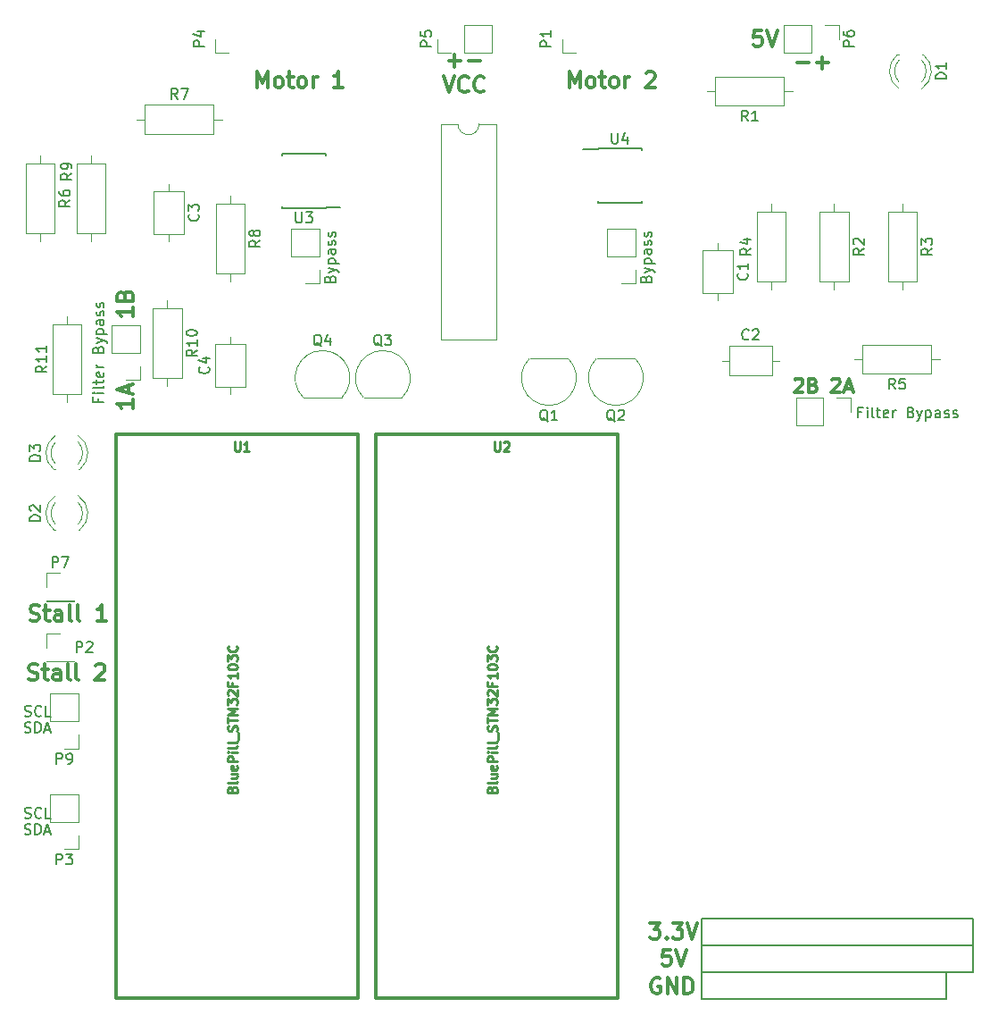
<source format=gto>
G04 #@! TF.FileFunction,Legend,Top*
%FSLAX46Y46*%
G04 Gerber Fmt 4.6, Leading zero omitted, Abs format (unit mm)*
G04 Created by KiCad (PCBNEW 4.0.2-stable) date 12/13/2018 9:00:57 AM*
%MOMM*%
G01*
G04 APERTURE LIST*
%ADD10C,0.100000*%
%ADD11C,0.300000*%
%ADD12C,0.200000*%
%ADD13C,0.150000*%
%ADD14C,0.120000*%
%ADD15C,0.304800*%
%ADD16C,0.222250*%
G04 APERTURE END LIST*
D10*
D11*
X92626571Y-66869428D02*
X92626571Y-67726571D01*
X92626571Y-67297999D02*
X91126571Y-67297999D01*
X91340857Y-67440856D01*
X91483714Y-67583714D01*
X91555143Y-67726571D01*
X91840857Y-65726571D02*
X91912286Y-65512285D01*
X91983714Y-65440857D01*
X92126571Y-65369428D01*
X92340857Y-65369428D01*
X92483714Y-65440857D01*
X92555143Y-65512285D01*
X92626571Y-65655143D01*
X92626571Y-66226571D01*
X91126571Y-66226571D01*
X91126571Y-65726571D01*
X91198000Y-65583714D01*
X91269429Y-65512285D01*
X91412286Y-65440857D01*
X91555143Y-65440857D01*
X91698000Y-65512285D01*
X91769429Y-65583714D01*
X91840857Y-65726571D01*
X91840857Y-66226571D01*
X92626571Y-75525285D02*
X92626571Y-76382428D01*
X92626571Y-75953856D02*
X91126571Y-75953856D01*
X91340857Y-76096713D01*
X91483714Y-76239571D01*
X91555143Y-76382428D01*
X92198000Y-74953857D02*
X92198000Y-74239571D01*
X92626571Y-75096714D02*
X91126571Y-74596714D01*
X92626571Y-74096714D01*
D12*
X89336571Y-75477143D02*
X89336571Y-75810477D01*
X89860381Y-75810477D02*
X88860381Y-75810477D01*
X88860381Y-75334286D01*
X89860381Y-74953334D02*
X89193714Y-74953334D01*
X88860381Y-74953334D02*
X88908000Y-75000953D01*
X88955619Y-74953334D01*
X88908000Y-74905715D01*
X88860381Y-74953334D01*
X88955619Y-74953334D01*
X89860381Y-74334287D02*
X89812762Y-74429525D01*
X89717524Y-74477144D01*
X88860381Y-74477144D01*
X89193714Y-74096191D02*
X89193714Y-73715239D01*
X88860381Y-73953334D02*
X89717524Y-73953334D01*
X89812762Y-73905715D01*
X89860381Y-73810477D01*
X89860381Y-73715239D01*
X89812762Y-73000952D02*
X89860381Y-73096190D01*
X89860381Y-73286667D01*
X89812762Y-73381905D01*
X89717524Y-73429524D01*
X89336571Y-73429524D01*
X89241333Y-73381905D01*
X89193714Y-73286667D01*
X89193714Y-73096190D01*
X89241333Y-73000952D01*
X89336571Y-72953333D01*
X89431810Y-72953333D01*
X89527048Y-73429524D01*
X89860381Y-72524762D02*
X89193714Y-72524762D01*
X89384190Y-72524762D02*
X89288952Y-72477143D01*
X89241333Y-72429524D01*
X89193714Y-72334286D01*
X89193714Y-72239047D01*
X89336571Y-70810475D02*
X89384190Y-70667618D01*
X89431810Y-70619999D01*
X89527048Y-70572380D01*
X89669905Y-70572380D01*
X89765143Y-70619999D01*
X89812762Y-70667618D01*
X89860381Y-70762856D01*
X89860381Y-71143809D01*
X88860381Y-71143809D01*
X88860381Y-70810475D01*
X88908000Y-70715237D01*
X88955619Y-70667618D01*
X89050857Y-70619999D01*
X89146095Y-70619999D01*
X89241333Y-70667618D01*
X89288952Y-70715237D01*
X89336571Y-70810475D01*
X89336571Y-71143809D01*
X89193714Y-70239047D02*
X89860381Y-70000952D01*
X89193714Y-69762856D02*
X89860381Y-70000952D01*
X90098476Y-70096190D01*
X90146095Y-70143809D01*
X90193714Y-70239047D01*
X89193714Y-69381904D02*
X90193714Y-69381904D01*
X89241333Y-69381904D02*
X89193714Y-69286666D01*
X89193714Y-69096189D01*
X89241333Y-69000951D01*
X89288952Y-68953332D01*
X89384190Y-68905713D01*
X89669905Y-68905713D01*
X89765143Y-68953332D01*
X89812762Y-69000951D01*
X89860381Y-69096189D01*
X89860381Y-69286666D01*
X89812762Y-69381904D01*
X89860381Y-68048570D02*
X89336571Y-68048570D01*
X89241333Y-68096189D01*
X89193714Y-68191427D01*
X89193714Y-68381904D01*
X89241333Y-68477142D01*
X89812762Y-68048570D02*
X89860381Y-68143808D01*
X89860381Y-68381904D01*
X89812762Y-68477142D01*
X89717524Y-68524761D01*
X89622286Y-68524761D01*
X89527048Y-68477142D01*
X89479429Y-68381904D01*
X89479429Y-68143808D01*
X89431810Y-68048570D01*
X89812762Y-67619999D02*
X89860381Y-67524761D01*
X89860381Y-67334285D01*
X89812762Y-67239046D01*
X89717524Y-67191427D01*
X89669905Y-67191427D01*
X89574667Y-67239046D01*
X89527048Y-67334285D01*
X89527048Y-67477142D01*
X89479429Y-67572380D01*
X89384190Y-67619999D01*
X89336571Y-67619999D01*
X89241333Y-67572380D01*
X89193714Y-67477142D01*
X89193714Y-67334285D01*
X89241333Y-67239046D01*
X89812762Y-66810475D02*
X89860381Y-66715237D01*
X89860381Y-66524761D01*
X89812762Y-66429522D01*
X89717524Y-66381903D01*
X89669905Y-66381903D01*
X89574667Y-66429522D01*
X89527048Y-66524761D01*
X89527048Y-66667618D01*
X89479429Y-66762856D01*
X89384190Y-66810475D01*
X89336571Y-66810475D01*
X89241333Y-66762856D01*
X89193714Y-66667618D01*
X89193714Y-66524761D01*
X89241333Y-66429522D01*
D11*
X155422143Y-73706905D02*
X155484048Y-73645000D01*
X155607857Y-73583095D01*
X155917381Y-73583095D01*
X156041191Y-73645000D01*
X156103095Y-73706905D01*
X156165000Y-73830714D01*
X156165000Y-73954524D01*
X156103095Y-74140238D01*
X155360238Y-74883095D01*
X156165000Y-74883095D01*
X157155476Y-74202143D02*
X157341190Y-74264048D01*
X157403095Y-74325952D01*
X157465000Y-74449762D01*
X157465000Y-74635476D01*
X157403095Y-74759286D01*
X157341190Y-74821190D01*
X157217381Y-74883095D01*
X156722143Y-74883095D01*
X156722143Y-73583095D01*
X157155476Y-73583095D01*
X157279286Y-73645000D01*
X157341190Y-73706905D01*
X157403095Y-73830714D01*
X157403095Y-73954524D01*
X157341190Y-74078333D01*
X157279286Y-74140238D01*
X157155476Y-74202143D01*
X156722143Y-74202143D01*
X158950714Y-73706905D02*
X159012619Y-73645000D01*
X159136428Y-73583095D01*
X159445952Y-73583095D01*
X159569762Y-73645000D01*
X159631666Y-73706905D01*
X159693571Y-73830714D01*
X159693571Y-73954524D01*
X159631666Y-74140238D01*
X158888809Y-74883095D01*
X159693571Y-74883095D01*
X160188809Y-74511667D02*
X160807857Y-74511667D01*
X160065000Y-74883095D02*
X160498333Y-73583095D01*
X160931666Y-74883095D01*
D12*
X161758857Y-76763571D02*
X161425523Y-76763571D01*
X161425523Y-77287381D02*
X161425523Y-76287381D01*
X161901714Y-76287381D01*
X162282666Y-77287381D02*
X162282666Y-76620714D01*
X162282666Y-76287381D02*
X162235047Y-76335000D01*
X162282666Y-76382619D01*
X162330285Y-76335000D01*
X162282666Y-76287381D01*
X162282666Y-76382619D01*
X162901713Y-77287381D02*
X162806475Y-77239762D01*
X162758856Y-77144524D01*
X162758856Y-76287381D01*
X163139809Y-76620714D02*
X163520761Y-76620714D01*
X163282666Y-76287381D02*
X163282666Y-77144524D01*
X163330285Y-77239762D01*
X163425523Y-77287381D01*
X163520761Y-77287381D01*
X164235048Y-77239762D02*
X164139810Y-77287381D01*
X163949333Y-77287381D01*
X163854095Y-77239762D01*
X163806476Y-77144524D01*
X163806476Y-76763571D01*
X163854095Y-76668333D01*
X163949333Y-76620714D01*
X164139810Y-76620714D01*
X164235048Y-76668333D01*
X164282667Y-76763571D01*
X164282667Y-76858810D01*
X163806476Y-76954048D01*
X164711238Y-77287381D02*
X164711238Y-76620714D01*
X164711238Y-76811190D02*
X164758857Y-76715952D01*
X164806476Y-76668333D01*
X164901714Y-76620714D01*
X164996953Y-76620714D01*
X166425525Y-76763571D02*
X166568382Y-76811190D01*
X166616001Y-76858810D01*
X166663620Y-76954048D01*
X166663620Y-77096905D01*
X166616001Y-77192143D01*
X166568382Y-77239762D01*
X166473144Y-77287381D01*
X166092191Y-77287381D01*
X166092191Y-76287381D01*
X166425525Y-76287381D01*
X166520763Y-76335000D01*
X166568382Y-76382619D01*
X166616001Y-76477857D01*
X166616001Y-76573095D01*
X166568382Y-76668333D01*
X166520763Y-76715952D01*
X166425525Y-76763571D01*
X166092191Y-76763571D01*
X166996953Y-76620714D02*
X167235048Y-77287381D01*
X167473144Y-76620714D02*
X167235048Y-77287381D01*
X167139810Y-77525476D01*
X167092191Y-77573095D01*
X166996953Y-77620714D01*
X167854096Y-76620714D02*
X167854096Y-77620714D01*
X167854096Y-76668333D02*
X167949334Y-76620714D01*
X168139811Y-76620714D01*
X168235049Y-76668333D01*
X168282668Y-76715952D01*
X168330287Y-76811190D01*
X168330287Y-77096905D01*
X168282668Y-77192143D01*
X168235049Y-77239762D01*
X168139811Y-77287381D01*
X167949334Y-77287381D01*
X167854096Y-77239762D01*
X169187430Y-77287381D02*
X169187430Y-76763571D01*
X169139811Y-76668333D01*
X169044573Y-76620714D01*
X168854096Y-76620714D01*
X168758858Y-76668333D01*
X169187430Y-77239762D02*
X169092192Y-77287381D01*
X168854096Y-77287381D01*
X168758858Y-77239762D01*
X168711239Y-77144524D01*
X168711239Y-77049286D01*
X168758858Y-76954048D01*
X168854096Y-76906429D01*
X169092192Y-76906429D01*
X169187430Y-76858810D01*
X169616001Y-77239762D02*
X169711239Y-77287381D01*
X169901715Y-77287381D01*
X169996954Y-77239762D01*
X170044573Y-77144524D01*
X170044573Y-77096905D01*
X169996954Y-77001667D01*
X169901715Y-76954048D01*
X169758858Y-76954048D01*
X169663620Y-76906429D01*
X169616001Y-76811190D01*
X169616001Y-76763571D01*
X169663620Y-76668333D01*
X169758858Y-76620714D01*
X169901715Y-76620714D01*
X169996954Y-76668333D01*
X170425525Y-77239762D02*
X170520763Y-77287381D01*
X170711239Y-77287381D01*
X170806478Y-77239762D01*
X170854097Y-77144524D01*
X170854097Y-77096905D01*
X170806478Y-77001667D01*
X170711239Y-76954048D01*
X170568382Y-76954048D01*
X170473144Y-76906429D01*
X170425525Y-76811190D01*
X170425525Y-76763571D01*
X170473144Y-76668333D01*
X170568382Y-76620714D01*
X170711239Y-76620714D01*
X170806478Y-76668333D01*
D11*
X141676715Y-125162571D02*
X142605286Y-125162571D01*
X142105286Y-125734000D01*
X142319572Y-125734000D01*
X142462429Y-125805429D01*
X142533858Y-125876857D01*
X142605286Y-126019714D01*
X142605286Y-126376857D01*
X142533858Y-126519714D01*
X142462429Y-126591143D01*
X142319572Y-126662571D01*
X141891000Y-126662571D01*
X141748143Y-126591143D01*
X141676715Y-126519714D01*
X143248143Y-126519714D02*
X143319571Y-126591143D01*
X143248143Y-126662571D01*
X143176714Y-126591143D01*
X143248143Y-126519714D01*
X143248143Y-126662571D01*
X143819572Y-125162571D02*
X144748143Y-125162571D01*
X144248143Y-125734000D01*
X144462429Y-125734000D01*
X144605286Y-125805429D01*
X144676715Y-125876857D01*
X144748143Y-126019714D01*
X144748143Y-126376857D01*
X144676715Y-126519714D01*
X144605286Y-126591143D01*
X144462429Y-126662571D01*
X144033857Y-126662571D01*
X143891000Y-126591143D01*
X143819572Y-126519714D01*
X145176714Y-125162571D02*
X145676714Y-126662571D01*
X146176714Y-125162571D01*
D12*
X172339000Y-124714000D02*
X172339000Y-127254000D01*
X146558000Y-124714000D02*
X172339000Y-124714000D01*
X146558000Y-127254000D02*
X146558000Y-124714000D01*
D13*
X82375524Y-115199762D02*
X82518381Y-115247381D01*
X82756477Y-115247381D01*
X82851715Y-115199762D01*
X82899334Y-115152143D01*
X82946953Y-115056905D01*
X82946953Y-114961667D01*
X82899334Y-114866429D01*
X82851715Y-114818810D01*
X82756477Y-114771190D01*
X82566000Y-114723571D01*
X82470762Y-114675952D01*
X82423143Y-114628333D01*
X82375524Y-114533095D01*
X82375524Y-114437857D01*
X82423143Y-114342619D01*
X82470762Y-114295000D01*
X82566000Y-114247381D01*
X82804096Y-114247381D01*
X82946953Y-114295000D01*
X83946953Y-115152143D02*
X83899334Y-115199762D01*
X83756477Y-115247381D01*
X83661239Y-115247381D01*
X83518381Y-115199762D01*
X83423143Y-115104524D01*
X83375524Y-115009286D01*
X83327905Y-114818810D01*
X83327905Y-114675952D01*
X83375524Y-114485476D01*
X83423143Y-114390238D01*
X83518381Y-114295000D01*
X83661239Y-114247381D01*
X83756477Y-114247381D01*
X83899334Y-114295000D01*
X83946953Y-114342619D01*
X84851715Y-115247381D02*
X84375524Y-115247381D01*
X84375524Y-114247381D01*
X82351714Y-116749762D02*
X82494571Y-116797381D01*
X82732667Y-116797381D01*
X82827905Y-116749762D01*
X82875524Y-116702143D01*
X82923143Y-116606905D01*
X82923143Y-116511667D01*
X82875524Y-116416429D01*
X82827905Y-116368810D01*
X82732667Y-116321190D01*
X82542190Y-116273571D01*
X82446952Y-116225952D01*
X82399333Y-116178333D01*
X82351714Y-116083095D01*
X82351714Y-115987857D01*
X82399333Y-115892619D01*
X82446952Y-115845000D01*
X82542190Y-115797381D01*
X82780286Y-115797381D01*
X82923143Y-115845000D01*
X83351714Y-116797381D02*
X83351714Y-115797381D01*
X83589809Y-115797381D01*
X83732667Y-115845000D01*
X83827905Y-115940238D01*
X83875524Y-116035476D01*
X83923143Y-116225952D01*
X83923143Y-116368810D01*
X83875524Y-116559286D01*
X83827905Y-116654524D01*
X83732667Y-116749762D01*
X83589809Y-116797381D01*
X83351714Y-116797381D01*
X84304095Y-116511667D02*
X84780286Y-116511667D01*
X84208857Y-116797381D02*
X84542190Y-115797381D01*
X84875524Y-116797381D01*
X82375524Y-105547762D02*
X82518381Y-105595381D01*
X82756477Y-105595381D01*
X82851715Y-105547762D01*
X82899334Y-105500143D01*
X82946953Y-105404905D01*
X82946953Y-105309667D01*
X82899334Y-105214429D01*
X82851715Y-105166810D01*
X82756477Y-105119190D01*
X82566000Y-105071571D01*
X82470762Y-105023952D01*
X82423143Y-104976333D01*
X82375524Y-104881095D01*
X82375524Y-104785857D01*
X82423143Y-104690619D01*
X82470762Y-104643000D01*
X82566000Y-104595381D01*
X82804096Y-104595381D01*
X82946953Y-104643000D01*
X83946953Y-105500143D02*
X83899334Y-105547762D01*
X83756477Y-105595381D01*
X83661239Y-105595381D01*
X83518381Y-105547762D01*
X83423143Y-105452524D01*
X83375524Y-105357286D01*
X83327905Y-105166810D01*
X83327905Y-105023952D01*
X83375524Y-104833476D01*
X83423143Y-104738238D01*
X83518381Y-104643000D01*
X83661239Y-104595381D01*
X83756477Y-104595381D01*
X83899334Y-104643000D01*
X83946953Y-104690619D01*
X84851715Y-105595381D02*
X84375524Y-105595381D01*
X84375524Y-104595381D01*
X82351714Y-107097762D02*
X82494571Y-107145381D01*
X82732667Y-107145381D01*
X82827905Y-107097762D01*
X82875524Y-107050143D01*
X82923143Y-106954905D01*
X82923143Y-106859667D01*
X82875524Y-106764429D01*
X82827905Y-106716810D01*
X82732667Y-106669190D01*
X82542190Y-106621571D01*
X82446952Y-106573952D01*
X82399333Y-106526333D01*
X82351714Y-106431095D01*
X82351714Y-106335857D01*
X82399333Y-106240619D01*
X82446952Y-106193000D01*
X82542190Y-106145381D01*
X82780286Y-106145381D01*
X82923143Y-106193000D01*
X83351714Y-107145381D02*
X83351714Y-106145381D01*
X83589809Y-106145381D01*
X83732667Y-106193000D01*
X83827905Y-106288238D01*
X83875524Y-106383476D01*
X83923143Y-106573952D01*
X83923143Y-106716810D01*
X83875524Y-106907286D01*
X83827905Y-107002524D01*
X83732667Y-107097762D01*
X83589809Y-107145381D01*
X83351714Y-107145381D01*
X84304095Y-106859667D02*
X84780286Y-106859667D01*
X84208857Y-107145381D02*
X84542190Y-106145381D01*
X84875524Y-107145381D01*
D11*
X82752858Y-102080143D02*
X82967144Y-102151571D01*
X83324287Y-102151571D01*
X83467144Y-102080143D01*
X83538573Y-102008714D01*
X83610001Y-101865857D01*
X83610001Y-101723000D01*
X83538573Y-101580143D01*
X83467144Y-101508714D01*
X83324287Y-101437286D01*
X83038573Y-101365857D01*
X82895715Y-101294429D01*
X82824287Y-101223000D01*
X82752858Y-101080143D01*
X82752858Y-100937286D01*
X82824287Y-100794429D01*
X82895715Y-100723000D01*
X83038573Y-100651571D01*
X83395715Y-100651571D01*
X83610001Y-100723000D01*
X84038572Y-101151571D02*
X84610001Y-101151571D01*
X84252858Y-100651571D02*
X84252858Y-101937286D01*
X84324286Y-102080143D01*
X84467144Y-102151571D01*
X84610001Y-102151571D01*
X85752858Y-102151571D02*
X85752858Y-101365857D01*
X85681429Y-101223000D01*
X85538572Y-101151571D01*
X85252858Y-101151571D01*
X85110001Y-101223000D01*
X85752858Y-102080143D02*
X85610001Y-102151571D01*
X85252858Y-102151571D01*
X85110001Y-102080143D01*
X85038572Y-101937286D01*
X85038572Y-101794429D01*
X85110001Y-101651571D01*
X85252858Y-101580143D01*
X85610001Y-101580143D01*
X85752858Y-101508714D01*
X86681430Y-102151571D02*
X86538572Y-102080143D01*
X86467144Y-101937286D01*
X86467144Y-100651571D01*
X87467144Y-102151571D02*
X87324286Y-102080143D01*
X87252858Y-101937286D01*
X87252858Y-100651571D01*
X89110000Y-100794429D02*
X89181429Y-100723000D01*
X89324286Y-100651571D01*
X89681429Y-100651571D01*
X89824286Y-100723000D01*
X89895715Y-100794429D01*
X89967143Y-100937286D01*
X89967143Y-101080143D01*
X89895715Y-101294429D01*
X89038572Y-102151571D01*
X89967143Y-102151571D01*
X82879858Y-96492143D02*
X83094144Y-96563571D01*
X83451287Y-96563571D01*
X83594144Y-96492143D01*
X83665573Y-96420714D01*
X83737001Y-96277857D01*
X83737001Y-96135000D01*
X83665573Y-95992143D01*
X83594144Y-95920714D01*
X83451287Y-95849286D01*
X83165573Y-95777857D01*
X83022715Y-95706429D01*
X82951287Y-95635000D01*
X82879858Y-95492143D01*
X82879858Y-95349286D01*
X82951287Y-95206429D01*
X83022715Y-95135000D01*
X83165573Y-95063571D01*
X83522715Y-95063571D01*
X83737001Y-95135000D01*
X84165572Y-95563571D02*
X84737001Y-95563571D01*
X84379858Y-95063571D02*
X84379858Y-96349286D01*
X84451286Y-96492143D01*
X84594144Y-96563571D01*
X84737001Y-96563571D01*
X85879858Y-96563571D02*
X85879858Y-95777857D01*
X85808429Y-95635000D01*
X85665572Y-95563571D01*
X85379858Y-95563571D01*
X85237001Y-95635000D01*
X85879858Y-96492143D02*
X85737001Y-96563571D01*
X85379858Y-96563571D01*
X85237001Y-96492143D01*
X85165572Y-96349286D01*
X85165572Y-96206429D01*
X85237001Y-96063571D01*
X85379858Y-95992143D01*
X85737001Y-95992143D01*
X85879858Y-95920714D01*
X86808430Y-96563571D02*
X86665572Y-96492143D01*
X86594144Y-96349286D01*
X86594144Y-95063571D01*
X87594144Y-96563571D02*
X87451286Y-96492143D01*
X87379858Y-96349286D01*
X87379858Y-95063571D01*
X90094143Y-96563571D02*
X89237000Y-96563571D01*
X89665572Y-96563571D02*
X89665572Y-95063571D01*
X89522715Y-95277857D01*
X89379857Y-95420714D01*
X89237000Y-95492143D01*
X152241287Y-40580571D02*
X151527001Y-40580571D01*
X151455572Y-41294857D01*
X151527001Y-41223429D01*
X151669858Y-41152000D01*
X152027001Y-41152000D01*
X152169858Y-41223429D01*
X152241287Y-41294857D01*
X152312715Y-41437714D01*
X152312715Y-41794857D01*
X152241287Y-41937714D01*
X152169858Y-42009143D01*
X152027001Y-42080571D01*
X151669858Y-42080571D01*
X151527001Y-42009143D01*
X151455572Y-41937714D01*
X152741286Y-40580571D02*
X153241286Y-42080571D01*
X153741286Y-40580571D01*
X155599000Y-43668143D02*
X156741857Y-43668143D01*
X157456143Y-43668143D02*
X158599000Y-43668143D01*
X158027571Y-44239571D02*
X158027571Y-43096714D01*
X122579000Y-43484143D02*
X123721857Y-43484143D01*
X123150428Y-44055571D02*
X123150428Y-42912714D01*
X124436143Y-43484143D02*
X125579000Y-43484143D01*
X122079000Y-44955571D02*
X122579000Y-46455571D01*
X123079000Y-44955571D01*
X124436143Y-46312714D02*
X124364714Y-46384143D01*
X124150428Y-46455571D01*
X124007571Y-46455571D01*
X123793286Y-46384143D01*
X123650428Y-46241286D01*
X123579000Y-46098429D01*
X123507571Y-45812714D01*
X123507571Y-45598429D01*
X123579000Y-45312714D01*
X123650428Y-45169857D01*
X123793286Y-45027000D01*
X124007571Y-44955571D01*
X124150428Y-44955571D01*
X124364714Y-45027000D01*
X124436143Y-45098429D01*
X125936143Y-46312714D02*
X125864714Y-46384143D01*
X125650428Y-46455571D01*
X125507571Y-46455571D01*
X125293286Y-46384143D01*
X125150428Y-46241286D01*
X125079000Y-46098429D01*
X125007571Y-45812714D01*
X125007571Y-45598429D01*
X125079000Y-45312714D01*
X125150428Y-45169857D01*
X125293286Y-45027000D01*
X125507571Y-44955571D01*
X125650428Y-44955571D01*
X125864714Y-45027000D01*
X125936143Y-45098429D01*
X134013286Y-46017571D02*
X134013286Y-44517571D01*
X134513286Y-45589000D01*
X135013286Y-44517571D01*
X135013286Y-46017571D01*
X135941858Y-46017571D02*
X135799000Y-45946143D01*
X135727572Y-45874714D01*
X135656143Y-45731857D01*
X135656143Y-45303286D01*
X135727572Y-45160429D01*
X135799000Y-45089000D01*
X135941858Y-45017571D01*
X136156143Y-45017571D01*
X136299000Y-45089000D01*
X136370429Y-45160429D01*
X136441858Y-45303286D01*
X136441858Y-45731857D01*
X136370429Y-45874714D01*
X136299000Y-45946143D01*
X136156143Y-46017571D01*
X135941858Y-46017571D01*
X136870429Y-45017571D02*
X137441858Y-45017571D01*
X137084715Y-44517571D02*
X137084715Y-45803286D01*
X137156143Y-45946143D01*
X137299001Y-46017571D01*
X137441858Y-46017571D01*
X138156144Y-46017571D02*
X138013286Y-45946143D01*
X137941858Y-45874714D01*
X137870429Y-45731857D01*
X137870429Y-45303286D01*
X137941858Y-45160429D01*
X138013286Y-45089000D01*
X138156144Y-45017571D01*
X138370429Y-45017571D01*
X138513286Y-45089000D01*
X138584715Y-45160429D01*
X138656144Y-45303286D01*
X138656144Y-45731857D01*
X138584715Y-45874714D01*
X138513286Y-45946143D01*
X138370429Y-46017571D01*
X138156144Y-46017571D01*
X139299001Y-46017571D02*
X139299001Y-45017571D01*
X139299001Y-45303286D02*
X139370429Y-45160429D01*
X139441858Y-45089000D01*
X139584715Y-45017571D01*
X139727572Y-45017571D01*
X141299000Y-44660429D02*
X141370429Y-44589000D01*
X141513286Y-44517571D01*
X141870429Y-44517571D01*
X142013286Y-44589000D01*
X142084715Y-44660429D01*
X142156143Y-44803286D01*
X142156143Y-44946143D01*
X142084715Y-45160429D01*
X141227572Y-46017571D01*
X142156143Y-46017571D01*
X104422286Y-46017571D02*
X104422286Y-44517571D01*
X104922286Y-45589000D01*
X105422286Y-44517571D01*
X105422286Y-46017571D01*
X106350858Y-46017571D02*
X106208000Y-45946143D01*
X106136572Y-45874714D01*
X106065143Y-45731857D01*
X106065143Y-45303286D01*
X106136572Y-45160429D01*
X106208000Y-45089000D01*
X106350858Y-45017571D01*
X106565143Y-45017571D01*
X106708000Y-45089000D01*
X106779429Y-45160429D01*
X106850858Y-45303286D01*
X106850858Y-45731857D01*
X106779429Y-45874714D01*
X106708000Y-45946143D01*
X106565143Y-46017571D01*
X106350858Y-46017571D01*
X107279429Y-45017571D02*
X107850858Y-45017571D01*
X107493715Y-44517571D02*
X107493715Y-45803286D01*
X107565143Y-45946143D01*
X107708001Y-46017571D01*
X107850858Y-46017571D01*
X108565144Y-46017571D02*
X108422286Y-45946143D01*
X108350858Y-45874714D01*
X108279429Y-45731857D01*
X108279429Y-45303286D01*
X108350858Y-45160429D01*
X108422286Y-45089000D01*
X108565144Y-45017571D01*
X108779429Y-45017571D01*
X108922286Y-45089000D01*
X108993715Y-45160429D01*
X109065144Y-45303286D01*
X109065144Y-45731857D01*
X108993715Y-45874714D01*
X108922286Y-45946143D01*
X108779429Y-46017571D01*
X108565144Y-46017571D01*
X109708001Y-46017571D02*
X109708001Y-45017571D01*
X109708001Y-45303286D02*
X109779429Y-45160429D01*
X109850858Y-45089000D01*
X109993715Y-45017571D01*
X110136572Y-45017571D01*
X112565143Y-46017571D02*
X111708000Y-46017571D01*
X112136572Y-46017571D02*
X112136572Y-44517571D01*
X111993715Y-44731857D01*
X111850857Y-44874714D01*
X111708000Y-44946143D01*
X143605287Y-127702571D02*
X142891001Y-127702571D01*
X142819572Y-128416857D01*
X142891001Y-128345429D01*
X143033858Y-128274000D01*
X143391001Y-128274000D01*
X143533858Y-128345429D01*
X143605287Y-128416857D01*
X143676715Y-128559714D01*
X143676715Y-128916857D01*
X143605287Y-129059714D01*
X143533858Y-129131143D01*
X143391001Y-129202571D01*
X143033858Y-129202571D01*
X142891001Y-129131143D01*
X142819572Y-129059714D01*
X144105286Y-127702571D02*
X144605286Y-129202571D01*
X145105286Y-127702571D01*
X142621143Y-130441000D02*
X142478286Y-130369571D01*
X142264000Y-130369571D01*
X142049715Y-130441000D01*
X141906857Y-130583857D01*
X141835429Y-130726714D01*
X141764000Y-131012429D01*
X141764000Y-131226714D01*
X141835429Y-131512429D01*
X141906857Y-131655286D01*
X142049715Y-131798143D01*
X142264000Y-131869571D01*
X142406857Y-131869571D01*
X142621143Y-131798143D01*
X142692572Y-131726714D01*
X142692572Y-131226714D01*
X142406857Y-131226714D01*
X143335429Y-131869571D02*
X143335429Y-130369571D01*
X144192572Y-131869571D01*
X144192572Y-130369571D01*
X144906858Y-131869571D02*
X144906858Y-130369571D01*
X145264001Y-130369571D01*
X145478286Y-130441000D01*
X145621144Y-130583857D01*
X145692572Y-130726714D01*
X145764001Y-131012429D01*
X145764001Y-131226714D01*
X145692572Y-131512429D01*
X145621144Y-131655286D01*
X145478286Y-131798143D01*
X145264001Y-131869571D01*
X144906858Y-131869571D01*
D12*
X172339000Y-129794000D02*
X169799000Y-129794000D01*
X172339000Y-127254000D02*
X172339000Y-129794000D01*
X146558000Y-127254000D02*
X172339000Y-127254000D01*
X146558000Y-129794000D02*
X146558000Y-127254000D01*
X146558000Y-129794000D02*
X147955000Y-129794000D01*
X146558000Y-132334000D02*
X146558000Y-129794000D01*
X169799000Y-132334000D02*
X146558000Y-132334000D01*
X169799000Y-129794000D02*
X169799000Y-132334000D01*
X147955000Y-129794000D02*
X169799000Y-129794000D01*
D14*
X110296000Y-59376000D02*
X107636000Y-59376000D01*
X110296000Y-61976000D02*
X110296000Y-59376000D01*
X107636000Y-61976000D02*
X107636000Y-59376000D01*
X110296000Y-61976000D02*
X107636000Y-61976000D01*
X110296000Y-63246000D02*
X110296000Y-64576000D01*
X110296000Y-64576000D02*
X108966000Y-64576000D01*
X134620000Y-42672000D02*
X133350000Y-42672000D01*
X133350000Y-42672000D02*
X133350000Y-41402000D01*
X101727000Y-42672000D02*
X100457000Y-42672000D01*
X100457000Y-42672000D02*
X100457000Y-41402000D01*
X149502000Y-61420000D02*
X146662000Y-61420000D01*
X146662000Y-61420000D02*
X146662000Y-65460000D01*
X146662000Y-65460000D02*
X149502000Y-65460000D01*
X149502000Y-65460000D02*
X149502000Y-61420000D01*
X148082000Y-60730000D02*
X148082000Y-61420000D01*
X148082000Y-66150000D02*
X148082000Y-65460000D01*
X149177000Y-70462000D02*
X149177000Y-73302000D01*
X149177000Y-73302000D02*
X153217000Y-73302000D01*
X153217000Y-73302000D02*
X153217000Y-70462000D01*
X153217000Y-70462000D02*
X149177000Y-70462000D01*
X148487000Y-71882000D02*
X149177000Y-71882000D01*
X153907000Y-71882000D02*
X153217000Y-71882000D01*
X97432000Y-55832000D02*
X94592000Y-55832000D01*
X94592000Y-55832000D02*
X94592000Y-59872000D01*
X94592000Y-59872000D02*
X97432000Y-59872000D01*
X97432000Y-59872000D02*
X97432000Y-55832000D01*
X96012000Y-55142000D02*
X96012000Y-55832000D01*
X96012000Y-60562000D02*
X96012000Y-59872000D01*
X100434000Y-74343000D02*
X103274000Y-74343000D01*
X103274000Y-74343000D02*
X103274000Y-70303000D01*
X103274000Y-70303000D02*
X100434000Y-70303000D01*
X100434000Y-70303000D02*
X100434000Y-74343000D01*
X101854000Y-75033000D02*
X101854000Y-74343000D01*
X101854000Y-69613000D02*
X101854000Y-70303000D01*
X167448608Y-46122335D02*
G75*
G03X167605516Y-42890000I-1078608J1672335D01*
G01*
X165291392Y-46122335D02*
G75*
G02X165134484Y-42890000I1078608J1672335D01*
G01*
X167449837Y-45491130D02*
G75*
G03X167450000Y-43409039I-1079837J1041130D01*
G01*
X165290163Y-45491130D02*
G75*
G02X165290000Y-43409039I1079837J1041130D01*
G01*
X167606000Y-42890000D02*
X167450000Y-42890000D01*
X165290000Y-42890000D02*
X165134000Y-42890000D01*
X85281392Y-84687665D02*
G75*
G03X85124484Y-87920000I1078608J-1672335D01*
G01*
X87438608Y-84687665D02*
G75*
G02X87595516Y-87920000I-1078608J-1672335D01*
G01*
X85280163Y-85318870D02*
G75*
G03X85280000Y-87400961I1079837J-1041130D01*
G01*
X87439837Y-85318870D02*
G75*
G02X87440000Y-87400961I-1079837J-1041130D01*
G01*
X85124000Y-87920000D02*
X85280000Y-87920000D01*
X87440000Y-87920000D02*
X87596000Y-87920000D01*
X85281392Y-78972665D02*
G75*
G03X85124484Y-82205000I1078608J-1672335D01*
G01*
X87438608Y-78972665D02*
G75*
G02X87595516Y-82205000I-1078608J-1672335D01*
G01*
X85280163Y-79603870D02*
G75*
G03X85280000Y-81685961I1079837J-1041130D01*
G01*
X87439837Y-79603870D02*
G75*
G02X87440000Y-81685961I-1079837J-1041130D01*
G01*
X85124000Y-82205000D02*
X85280000Y-82205000D01*
X87440000Y-82205000D02*
X87596000Y-82205000D01*
X125460000Y-49470000D02*
G75*
G02X123460000Y-49470000I-1000000J0D01*
G01*
X123460000Y-49470000D02*
X121810000Y-49470000D01*
X121810000Y-49470000D02*
X121810000Y-69910000D01*
X121810000Y-69910000D02*
X127110000Y-69910000D01*
X127110000Y-69910000D02*
X127110000Y-49470000D01*
X127110000Y-49470000D02*
X125460000Y-49470000D01*
X84395000Y-100390000D02*
X87055000Y-100390000D01*
X84395000Y-100330000D02*
X84395000Y-100390000D01*
X87055000Y-100330000D02*
X87055000Y-100390000D01*
X84395000Y-100330000D02*
X87055000Y-100330000D01*
X84395000Y-99060000D02*
X84395000Y-97730000D01*
X84395000Y-97730000D02*
X85725000Y-97730000D01*
X87436000Y-112970000D02*
X84776000Y-112970000D01*
X87436000Y-115570000D02*
X87436000Y-112970000D01*
X84776000Y-115570000D02*
X84776000Y-112970000D01*
X87436000Y-115570000D02*
X84776000Y-115570000D01*
X87436000Y-116840000D02*
X87436000Y-118170000D01*
X87436000Y-118170000D02*
X86106000Y-118170000D01*
X126679000Y-42732000D02*
X126679000Y-40072000D01*
X124079000Y-42732000D02*
X126679000Y-42732000D01*
X124079000Y-40072000D02*
X126679000Y-40072000D01*
X124079000Y-42732000D02*
X124079000Y-40072000D01*
X122809000Y-42732000D02*
X121479000Y-42732000D01*
X121479000Y-42732000D02*
X121479000Y-41402000D01*
X154372000Y-40072000D02*
X154372000Y-42732000D01*
X156972000Y-40072000D02*
X154372000Y-40072000D01*
X156972000Y-42732000D02*
X154372000Y-42732000D01*
X156972000Y-40072000D02*
X156972000Y-42732000D01*
X158242000Y-40072000D02*
X159572000Y-40072000D01*
X159572000Y-40072000D02*
X159572000Y-41402000D01*
X84395000Y-94675000D02*
X87055000Y-94675000D01*
X84395000Y-94615000D02*
X84395000Y-94675000D01*
X87055000Y-94615000D02*
X87055000Y-94675000D01*
X84395000Y-94615000D02*
X87055000Y-94615000D01*
X84395000Y-93345000D02*
X84395000Y-92015000D01*
X84395000Y-92015000D02*
X85725000Y-92015000D01*
X87436000Y-103445000D02*
X84776000Y-103445000D01*
X87436000Y-106045000D02*
X87436000Y-103445000D01*
X84776000Y-106045000D02*
X84776000Y-103445000D01*
X87436000Y-106045000D02*
X84776000Y-106045000D01*
X87436000Y-107315000D02*
X87436000Y-108645000D01*
X87436000Y-108645000D02*
X86106000Y-108645000D01*
X133880000Y-71683000D02*
X130280000Y-71683000D01*
X133918478Y-71694522D02*
G75*
G02X132080000Y-76133000I-1838478J-1838478D01*
G01*
X130241522Y-71694522D02*
G75*
G03X132080000Y-76133000I1838478J-1838478D01*
G01*
X140230000Y-71683000D02*
X136630000Y-71683000D01*
X140268478Y-71694522D02*
G75*
G02X138430000Y-76133000I-1838478J-1838478D01*
G01*
X136591522Y-71694522D02*
G75*
G03X138430000Y-76133000I1838478J-1838478D01*
G01*
X114532000Y-75383000D02*
X118132000Y-75383000D01*
X114493522Y-75371478D02*
G75*
G02X116332000Y-70933000I1838478J1838478D01*
G01*
X118170478Y-75371478D02*
G75*
G03X116332000Y-70933000I-1838478J1838478D01*
G01*
X108817000Y-75383000D02*
X112417000Y-75383000D01*
X108778522Y-75371478D02*
G75*
G02X110617000Y-70933000I1838478J1838478D01*
G01*
X112455478Y-75371478D02*
G75*
G03X110617000Y-70933000I-1838478J1838478D01*
G01*
X154400000Y-47725000D02*
X154400000Y-44985000D01*
X154400000Y-44985000D02*
X147860000Y-44985000D01*
X147860000Y-44985000D02*
X147860000Y-47725000D01*
X147860000Y-47725000D02*
X154400000Y-47725000D01*
X155170000Y-46355000D02*
X154400000Y-46355000D01*
X147090000Y-46355000D02*
X147860000Y-46355000D01*
X160501000Y-57817000D02*
X157761000Y-57817000D01*
X157761000Y-57817000D02*
X157761000Y-64357000D01*
X157761000Y-64357000D02*
X160501000Y-64357000D01*
X160501000Y-64357000D02*
X160501000Y-57817000D01*
X159131000Y-57047000D02*
X159131000Y-57817000D01*
X159131000Y-65127000D02*
X159131000Y-64357000D01*
X166978000Y-57817000D02*
X164238000Y-57817000D01*
X164238000Y-57817000D02*
X164238000Y-64357000D01*
X164238000Y-64357000D02*
X166978000Y-64357000D01*
X166978000Y-64357000D02*
X166978000Y-57817000D01*
X165608000Y-57047000D02*
X165608000Y-57817000D01*
X165608000Y-65127000D02*
X165608000Y-64357000D01*
X151792000Y-64357000D02*
X154532000Y-64357000D01*
X154532000Y-64357000D02*
X154532000Y-57817000D01*
X154532000Y-57817000D02*
X151792000Y-57817000D01*
X151792000Y-57817000D02*
X151792000Y-64357000D01*
X153162000Y-65127000D02*
X153162000Y-64357000D01*
X153162000Y-57047000D02*
X153162000Y-57817000D01*
X168370000Y-73125000D02*
X168370000Y-70385000D01*
X168370000Y-70385000D02*
X161830000Y-70385000D01*
X161830000Y-70385000D02*
X161830000Y-73125000D01*
X161830000Y-73125000D02*
X168370000Y-73125000D01*
X169140000Y-71755000D02*
X168370000Y-71755000D01*
X161060000Y-71755000D02*
X161830000Y-71755000D01*
X85190000Y-53245000D02*
X82450000Y-53245000D01*
X82450000Y-53245000D02*
X82450000Y-59785000D01*
X82450000Y-59785000D02*
X85190000Y-59785000D01*
X85190000Y-59785000D02*
X85190000Y-53245000D01*
X83820000Y-52475000D02*
X83820000Y-53245000D01*
X83820000Y-60555000D02*
X83820000Y-59785000D01*
X93758000Y-47652000D02*
X93758000Y-50392000D01*
X93758000Y-50392000D02*
X100298000Y-50392000D01*
X100298000Y-50392000D02*
X100298000Y-47652000D01*
X100298000Y-47652000D02*
X93758000Y-47652000D01*
X92988000Y-49022000D02*
X93758000Y-49022000D01*
X101068000Y-49022000D02*
X100298000Y-49022000D01*
X103224000Y-57055000D02*
X100484000Y-57055000D01*
X100484000Y-57055000D02*
X100484000Y-63595000D01*
X100484000Y-63595000D02*
X103224000Y-63595000D01*
X103224000Y-63595000D02*
X103224000Y-57055000D01*
X101854000Y-56285000D02*
X101854000Y-57055000D01*
X101854000Y-64365000D02*
X101854000Y-63595000D01*
X87276000Y-59785000D02*
X90016000Y-59785000D01*
X90016000Y-59785000D02*
X90016000Y-53245000D01*
X90016000Y-53245000D02*
X87276000Y-53245000D01*
X87276000Y-53245000D02*
X87276000Y-59785000D01*
X88646000Y-60555000D02*
X88646000Y-59785000D01*
X88646000Y-52475000D02*
X88646000Y-53245000D01*
X97255000Y-66961000D02*
X94515000Y-66961000D01*
X94515000Y-66961000D02*
X94515000Y-73501000D01*
X94515000Y-73501000D02*
X97255000Y-73501000D01*
X97255000Y-73501000D02*
X97255000Y-66961000D01*
X95885000Y-66191000D02*
X95885000Y-66961000D01*
X95885000Y-74271000D02*
X95885000Y-73501000D01*
X84990000Y-75025000D02*
X87730000Y-75025000D01*
X87730000Y-75025000D02*
X87730000Y-68485000D01*
X87730000Y-68485000D02*
X84990000Y-68485000D01*
X84990000Y-68485000D02*
X84990000Y-75025000D01*
X86360000Y-75795000D02*
X86360000Y-75025000D01*
X86360000Y-67715000D02*
X86360000Y-68485000D01*
D15*
X90989000Y-132257000D02*
X90989000Y-78857000D01*
X90989000Y-78857000D02*
X113989000Y-78857000D01*
X113989000Y-78857000D02*
X113989000Y-132257000D01*
X113989000Y-132257000D02*
X90989000Y-132257000D01*
X115627000Y-132257000D02*
X115627000Y-78857000D01*
X115627000Y-78857000D02*
X138627000Y-78857000D01*
X138627000Y-78857000D02*
X138627000Y-132257000D01*
X138627000Y-132257000D02*
X115627000Y-132257000D01*
D13*
X110914000Y-57439000D02*
X110914000Y-57389000D01*
X106764000Y-57439000D02*
X106764000Y-57294000D01*
X106764000Y-52289000D02*
X106764000Y-52434000D01*
X110914000Y-52289000D02*
X110914000Y-52434000D01*
X110914000Y-57439000D02*
X106764000Y-57439000D01*
X110914000Y-52289000D02*
X106764000Y-52289000D01*
X110914000Y-57389000D02*
X112314000Y-57389000D01*
X136736000Y-51781000D02*
X136736000Y-51831000D01*
X140886000Y-51781000D02*
X140886000Y-51926000D01*
X140886000Y-56931000D02*
X140886000Y-56786000D01*
X136736000Y-56931000D02*
X136736000Y-56786000D01*
X136736000Y-51781000D02*
X140886000Y-51781000D01*
X136736000Y-56931000D02*
X140886000Y-56931000D01*
X136736000Y-51831000D02*
X135336000Y-51831000D01*
D14*
X140268000Y-59376000D02*
X137608000Y-59376000D01*
X140268000Y-61976000D02*
X140268000Y-59376000D01*
X137608000Y-61976000D02*
X137608000Y-59376000D01*
X140268000Y-61976000D02*
X137608000Y-61976000D01*
X140268000Y-63246000D02*
X140268000Y-64576000D01*
X140268000Y-64576000D02*
X138938000Y-64576000D01*
X155515000Y-75378000D02*
X155515000Y-78038000D01*
X158115000Y-75378000D02*
X155515000Y-75378000D01*
X158115000Y-78038000D02*
X155515000Y-78038000D01*
X158115000Y-75378000D02*
X158115000Y-78038000D01*
X159385000Y-75378000D02*
X160715000Y-75378000D01*
X160715000Y-75378000D02*
X160715000Y-76708000D01*
X93278000Y-68520000D02*
X90618000Y-68520000D01*
X93278000Y-71120000D02*
X93278000Y-68520000D01*
X90618000Y-71120000D02*
X90618000Y-68520000D01*
X93278000Y-71120000D02*
X90618000Y-71120000D01*
X93278000Y-72390000D02*
X93278000Y-73720000D01*
X93278000Y-73720000D02*
X91948000Y-73720000D01*
D13*
X111307571Y-64126809D02*
X111355190Y-63983952D01*
X111402810Y-63936333D01*
X111498048Y-63888714D01*
X111640905Y-63888714D01*
X111736143Y-63936333D01*
X111783762Y-63983952D01*
X111831381Y-64079190D01*
X111831381Y-64460143D01*
X110831381Y-64460143D01*
X110831381Y-64126809D01*
X110879000Y-64031571D01*
X110926619Y-63983952D01*
X111021857Y-63936333D01*
X111117095Y-63936333D01*
X111212333Y-63983952D01*
X111259952Y-64031571D01*
X111307571Y-64126809D01*
X111307571Y-64460143D01*
X111164714Y-63555381D02*
X111831381Y-63317286D01*
X111164714Y-63079190D02*
X111831381Y-63317286D01*
X112069476Y-63412524D01*
X112117095Y-63460143D01*
X112164714Y-63555381D01*
X111164714Y-62698238D02*
X112164714Y-62698238D01*
X111212333Y-62698238D02*
X111164714Y-62603000D01*
X111164714Y-62412523D01*
X111212333Y-62317285D01*
X111259952Y-62269666D01*
X111355190Y-62222047D01*
X111640905Y-62222047D01*
X111736143Y-62269666D01*
X111783762Y-62317285D01*
X111831381Y-62412523D01*
X111831381Y-62603000D01*
X111783762Y-62698238D01*
X111831381Y-61364904D02*
X111307571Y-61364904D01*
X111212333Y-61412523D01*
X111164714Y-61507761D01*
X111164714Y-61698238D01*
X111212333Y-61793476D01*
X111783762Y-61364904D02*
X111831381Y-61460142D01*
X111831381Y-61698238D01*
X111783762Y-61793476D01*
X111688524Y-61841095D01*
X111593286Y-61841095D01*
X111498048Y-61793476D01*
X111450429Y-61698238D01*
X111450429Y-61460142D01*
X111402810Y-61364904D01*
X111783762Y-60936333D02*
X111831381Y-60841095D01*
X111831381Y-60650619D01*
X111783762Y-60555380D01*
X111688524Y-60507761D01*
X111640905Y-60507761D01*
X111545667Y-60555380D01*
X111498048Y-60650619D01*
X111498048Y-60793476D01*
X111450429Y-60888714D01*
X111355190Y-60936333D01*
X111307571Y-60936333D01*
X111212333Y-60888714D01*
X111164714Y-60793476D01*
X111164714Y-60650619D01*
X111212333Y-60555380D01*
X111783762Y-60126809D02*
X111831381Y-60031571D01*
X111831381Y-59841095D01*
X111783762Y-59745856D01*
X111688524Y-59698237D01*
X111640905Y-59698237D01*
X111545667Y-59745856D01*
X111498048Y-59841095D01*
X111498048Y-59983952D01*
X111450429Y-60079190D01*
X111355190Y-60126809D01*
X111307571Y-60126809D01*
X111212333Y-60079190D01*
X111164714Y-59983952D01*
X111164714Y-59841095D01*
X111212333Y-59745856D01*
X132278381Y-42140095D02*
X131278381Y-42140095D01*
X131278381Y-41759142D01*
X131326000Y-41663904D01*
X131373619Y-41616285D01*
X131468857Y-41568666D01*
X131611714Y-41568666D01*
X131706952Y-41616285D01*
X131754571Y-41663904D01*
X131802190Y-41759142D01*
X131802190Y-42140095D01*
X132278381Y-40616285D02*
X132278381Y-41187714D01*
X132278381Y-40902000D02*
X131278381Y-40902000D01*
X131421238Y-40997238D01*
X131516476Y-41092476D01*
X131564095Y-41187714D01*
X99385381Y-42140095D02*
X98385381Y-42140095D01*
X98385381Y-41759142D01*
X98433000Y-41663904D01*
X98480619Y-41616285D01*
X98575857Y-41568666D01*
X98718714Y-41568666D01*
X98813952Y-41616285D01*
X98861571Y-41663904D01*
X98909190Y-41759142D01*
X98909190Y-42140095D01*
X98718714Y-40711523D02*
X99385381Y-40711523D01*
X98337762Y-40949619D02*
X99052048Y-41187714D01*
X99052048Y-40568666D01*
X150859143Y-63606666D02*
X150906762Y-63654285D01*
X150954381Y-63797142D01*
X150954381Y-63892380D01*
X150906762Y-64035238D01*
X150811524Y-64130476D01*
X150716286Y-64178095D01*
X150525810Y-64225714D01*
X150382952Y-64225714D01*
X150192476Y-64178095D01*
X150097238Y-64130476D01*
X150002000Y-64035238D01*
X149954381Y-63892380D01*
X149954381Y-63797142D01*
X150002000Y-63654285D01*
X150049619Y-63606666D01*
X150954381Y-62654285D02*
X150954381Y-63225714D01*
X150954381Y-62940000D02*
X149954381Y-62940000D01*
X150097238Y-63035238D01*
X150192476Y-63130476D01*
X150240095Y-63225714D01*
X151030334Y-69819143D02*
X150982715Y-69866762D01*
X150839858Y-69914381D01*
X150744620Y-69914381D01*
X150601762Y-69866762D01*
X150506524Y-69771524D01*
X150458905Y-69676286D01*
X150411286Y-69485810D01*
X150411286Y-69342952D01*
X150458905Y-69152476D01*
X150506524Y-69057238D01*
X150601762Y-68962000D01*
X150744620Y-68914381D01*
X150839858Y-68914381D01*
X150982715Y-68962000D01*
X151030334Y-69009619D01*
X151411286Y-69009619D02*
X151458905Y-68962000D01*
X151554143Y-68914381D01*
X151792239Y-68914381D01*
X151887477Y-68962000D01*
X151935096Y-69009619D01*
X151982715Y-69104857D01*
X151982715Y-69200095D01*
X151935096Y-69342952D01*
X151363667Y-69914381D01*
X151982715Y-69914381D01*
X98789143Y-58018666D02*
X98836762Y-58066285D01*
X98884381Y-58209142D01*
X98884381Y-58304380D01*
X98836762Y-58447238D01*
X98741524Y-58542476D01*
X98646286Y-58590095D01*
X98455810Y-58637714D01*
X98312952Y-58637714D01*
X98122476Y-58590095D01*
X98027238Y-58542476D01*
X97932000Y-58447238D01*
X97884381Y-58304380D01*
X97884381Y-58209142D01*
X97932000Y-58066285D01*
X97979619Y-58018666D01*
X97884381Y-57685333D02*
X97884381Y-57066285D01*
X98265333Y-57399619D01*
X98265333Y-57256761D01*
X98312952Y-57161523D01*
X98360571Y-57113904D01*
X98455810Y-57066285D01*
X98693905Y-57066285D01*
X98789143Y-57113904D01*
X98836762Y-57161523D01*
X98884381Y-57256761D01*
X98884381Y-57542476D01*
X98836762Y-57637714D01*
X98789143Y-57685333D01*
X99791143Y-72489666D02*
X99838762Y-72537285D01*
X99886381Y-72680142D01*
X99886381Y-72775380D01*
X99838762Y-72918238D01*
X99743524Y-73013476D01*
X99648286Y-73061095D01*
X99457810Y-73108714D01*
X99314952Y-73108714D01*
X99124476Y-73061095D01*
X99029238Y-73013476D01*
X98934000Y-72918238D01*
X98886381Y-72775380D01*
X98886381Y-72680142D01*
X98934000Y-72537285D01*
X98981619Y-72489666D01*
X99219714Y-71632523D02*
X99886381Y-71632523D01*
X98838762Y-71870619D02*
X99553048Y-72108714D01*
X99553048Y-71489666D01*
X169782381Y-45188095D02*
X168782381Y-45188095D01*
X168782381Y-44950000D01*
X168830000Y-44807142D01*
X168925238Y-44711904D01*
X169020476Y-44664285D01*
X169210952Y-44616666D01*
X169353810Y-44616666D01*
X169544286Y-44664285D01*
X169639524Y-44711904D01*
X169734762Y-44807142D01*
X169782381Y-44950000D01*
X169782381Y-45188095D01*
X169782381Y-43664285D02*
X169782381Y-44235714D01*
X169782381Y-43950000D02*
X168782381Y-43950000D01*
X168925238Y-44045238D01*
X169020476Y-44140476D01*
X169068095Y-44235714D01*
X83852381Y-87098095D02*
X82852381Y-87098095D01*
X82852381Y-86860000D01*
X82900000Y-86717142D01*
X82995238Y-86621904D01*
X83090476Y-86574285D01*
X83280952Y-86526666D01*
X83423810Y-86526666D01*
X83614286Y-86574285D01*
X83709524Y-86621904D01*
X83804762Y-86717142D01*
X83852381Y-86860000D01*
X83852381Y-87098095D01*
X82947619Y-86145714D02*
X82900000Y-86098095D01*
X82852381Y-86002857D01*
X82852381Y-85764761D01*
X82900000Y-85669523D01*
X82947619Y-85621904D01*
X83042857Y-85574285D01*
X83138095Y-85574285D01*
X83280952Y-85621904D01*
X83852381Y-86193333D01*
X83852381Y-85574285D01*
X83852381Y-81383095D02*
X82852381Y-81383095D01*
X82852381Y-81145000D01*
X82900000Y-81002142D01*
X82995238Y-80906904D01*
X83090476Y-80859285D01*
X83280952Y-80811666D01*
X83423810Y-80811666D01*
X83614286Y-80859285D01*
X83709524Y-80906904D01*
X83804762Y-81002142D01*
X83852381Y-81145000D01*
X83852381Y-81383095D01*
X82852381Y-80478333D02*
X82852381Y-79859285D01*
X83233333Y-80192619D01*
X83233333Y-80049761D01*
X83280952Y-79954523D01*
X83328571Y-79906904D01*
X83423810Y-79859285D01*
X83661905Y-79859285D01*
X83757143Y-79906904D01*
X83804762Y-79954523D01*
X83852381Y-80049761D01*
X83852381Y-80335476D01*
X83804762Y-80430714D01*
X83757143Y-80478333D01*
X87272905Y-99512381D02*
X87272905Y-98512381D01*
X87653858Y-98512381D01*
X87749096Y-98560000D01*
X87796715Y-98607619D01*
X87844334Y-98702857D01*
X87844334Y-98845714D01*
X87796715Y-98940952D01*
X87749096Y-98988571D01*
X87653858Y-99036190D01*
X87272905Y-99036190D01*
X88225286Y-98607619D02*
X88272905Y-98560000D01*
X88368143Y-98512381D01*
X88606239Y-98512381D01*
X88701477Y-98560000D01*
X88749096Y-98607619D01*
X88796715Y-98702857D01*
X88796715Y-98798095D01*
X88749096Y-98940952D01*
X88177667Y-99512381D01*
X88796715Y-99512381D01*
X85367905Y-119622381D02*
X85367905Y-118622381D01*
X85748858Y-118622381D01*
X85844096Y-118670000D01*
X85891715Y-118717619D01*
X85939334Y-118812857D01*
X85939334Y-118955714D01*
X85891715Y-119050952D01*
X85844096Y-119098571D01*
X85748858Y-119146190D01*
X85367905Y-119146190D01*
X86272667Y-118622381D02*
X86891715Y-118622381D01*
X86558381Y-119003333D01*
X86701239Y-119003333D01*
X86796477Y-119050952D01*
X86844096Y-119098571D01*
X86891715Y-119193810D01*
X86891715Y-119431905D01*
X86844096Y-119527143D01*
X86796477Y-119574762D01*
X86701239Y-119622381D01*
X86415524Y-119622381D01*
X86320286Y-119574762D01*
X86272667Y-119527143D01*
X120931381Y-42140095D02*
X119931381Y-42140095D01*
X119931381Y-41759142D01*
X119979000Y-41663904D01*
X120026619Y-41616285D01*
X120121857Y-41568666D01*
X120264714Y-41568666D01*
X120359952Y-41616285D01*
X120407571Y-41663904D01*
X120455190Y-41759142D01*
X120455190Y-42140095D01*
X119931381Y-40663904D02*
X119931381Y-41140095D01*
X120407571Y-41187714D01*
X120359952Y-41140095D01*
X120312333Y-41044857D01*
X120312333Y-40806761D01*
X120359952Y-40711523D01*
X120407571Y-40663904D01*
X120502810Y-40616285D01*
X120740905Y-40616285D01*
X120836143Y-40663904D01*
X120883762Y-40711523D01*
X120931381Y-40806761D01*
X120931381Y-41044857D01*
X120883762Y-41140095D01*
X120836143Y-41187714D01*
X161024381Y-42140095D02*
X160024381Y-42140095D01*
X160024381Y-41759142D01*
X160072000Y-41663904D01*
X160119619Y-41616285D01*
X160214857Y-41568666D01*
X160357714Y-41568666D01*
X160452952Y-41616285D01*
X160500571Y-41663904D01*
X160548190Y-41759142D01*
X160548190Y-42140095D01*
X160024381Y-40711523D02*
X160024381Y-40902000D01*
X160072000Y-40997238D01*
X160119619Y-41044857D01*
X160262476Y-41140095D01*
X160452952Y-41187714D01*
X160833905Y-41187714D01*
X160929143Y-41140095D01*
X160976762Y-41092476D01*
X161024381Y-40997238D01*
X161024381Y-40806761D01*
X160976762Y-40711523D01*
X160929143Y-40663904D01*
X160833905Y-40616285D01*
X160595810Y-40616285D01*
X160500571Y-40663904D01*
X160452952Y-40711523D01*
X160405333Y-40806761D01*
X160405333Y-40997238D01*
X160452952Y-41092476D01*
X160500571Y-41140095D01*
X160595810Y-41187714D01*
X84986905Y-91467381D02*
X84986905Y-90467381D01*
X85367858Y-90467381D01*
X85463096Y-90515000D01*
X85510715Y-90562619D01*
X85558334Y-90657857D01*
X85558334Y-90800714D01*
X85510715Y-90895952D01*
X85463096Y-90943571D01*
X85367858Y-90991190D01*
X84986905Y-90991190D01*
X85891667Y-90467381D02*
X86558334Y-90467381D01*
X86129762Y-91467381D01*
X85367905Y-110097381D02*
X85367905Y-109097381D01*
X85748858Y-109097381D01*
X85844096Y-109145000D01*
X85891715Y-109192619D01*
X85939334Y-109287857D01*
X85939334Y-109430714D01*
X85891715Y-109525952D01*
X85844096Y-109573571D01*
X85748858Y-109621190D01*
X85367905Y-109621190D01*
X86415524Y-110097381D02*
X86606000Y-110097381D01*
X86701239Y-110049762D01*
X86748858Y-110002143D01*
X86844096Y-109859286D01*
X86891715Y-109668810D01*
X86891715Y-109287857D01*
X86844096Y-109192619D01*
X86796477Y-109145000D01*
X86701239Y-109097381D01*
X86510762Y-109097381D01*
X86415524Y-109145000D01*
X86367905Y-109192619D01*
X86320286Y-109287857D01*
X86320286Y-109525952D01*
X86367905Y-109621190D01*
X86415524Y-109668810D01*
X86510762Y-109716429D01*
X86701239Y-109716429D01*
X86796477Y-109668810D01*
X86844096Y-109621190D01*
X86891715Y-109525952D01*
X131984762Y-77640619D02*
X131889524Y-77593000D01*
X131794286Y-77497762D01*
X131651429Y-77354905D01*
X131556190Y-77307286D01*
X131460952Y-77307286D01*
X131508571Y-77545381D02*
X131413333Y-77497762D01*
X131318095Y-77402524D01*
X131270476Y-77212048D01*
X131270476Y-76878714D01*
X131318095Y-76688238D01*
X131413333Y-76593000D01*
X131508571Y-76545381D01*
X131699048Y-76545381D01*
X131794286Y-76593000D01*
X131889524Y-76688238D01*
X131937143Y-76878714D01*
X131937143Y-77212048D01*
X131889524Y-77402524D01*
X131794286Y-77497762D01*
X131699048Y-77545381D01*
X131508571Y-77545381D01*
X132889524Y-77545381D02*
X132318095Y-77545381D01*
X132603809Y-77545381D02*
X132603809Y-76545381D01*
X132508571Y-76688238D01*
X132413333Y-76783476D01*
X132318095Y-76831095D01*
X138334762Y-77640619D02*
X138239524Y-77593000D01*
X138144286Y-77497762D01*
X138001429Y-77354905D01*
X137906190Y-77307286D01*
X137810952Y-77307286D01*
X137858571Y-77545381D02*
X137763333Y-77497762D01*
X137668095Y-77402524D01*
X137620476Y-77212048D01*
X137620476Y-76878714D01*
X137668095Y-76688238D01*
X137763333Y-76593000D01*
X137858571Y-76545381D01*
X138049048Y-76545381D01*
X138144286Y-76593000D01*
X138239524Y-76688238D01*
X138287143Y-76878714D01*
X138287143Y-77212048D01*
X138239524Y-77402524D01*
X138144286Y-77497762D01*
X138049048Y-77545381D01*
X137858571Y-77545381D01*
X138668095Y-76640619D02*
X138715714Y-76593000D01*
X138810952Y-76545381D01*
X139049048Y-76545381D01*
X139144286Y-76593000D01*
X139191905Y-76640619D01*
X139239524Y-76735857D01*
X139239524Y-76831095D01*
X139191905Y-76973952D01*
X138620476Y-77545381D01*
X139239524Y-77545381D01*
X116236762Y-70520619D02*
X116141524Y-70473000D01*
X116046286Y-70377762D01*
X115903429Y-70234905D01*
X115808190Y-70187286D01*
X115712952Y-70187286D01*
X115760571Y-70425381D02*
X115665333Y-70377762D01*
X115570095Y-70282524D01*
X115522476Y-70092048D01*
X115522476Y-69758714D01*
X115570095Y-69568238D01*
X115665333Y-69473000D01*
X115760571Y-69425381D01*
X115951048Y-69425381D01*
X116046286Y-69473000D01*
X116141524Y-69568238D01*
X116189143Y-69758714D01*
X116189143Y-70092048D01*
X116141524Y-70282524D01*
X116046286Y-70377762D01*
X115951048Y-70425381D01*
X115760571Y-70425381D01*
X116522476Y-69425381D02*
X117141524Y-69425381D01*
X116808190Y-69806333D01*
X116951048Y-69806333D01*
X117046286Y-69853952D01*
X117093905Y-69901571D01*
X117141524Y-69996810D01*
X117141524Y-70234905D01*
X117093905Y-70330143D01*
X117046286Y-70377762D01*
X116951048Y-70425381D01*
X116665333Y-70425381D01*
X116570095Y-70377762D01*
X116522476Y-70330143D01*
X110521762Y-70520619D02*
X110426524Y-70473000D01*
X110331286Y-70377762D01*
X110188429Y-70234905D01*
X110093190Y-70187286D01*
X109997952Y-70187286D01*
X110045571Y-70425381D02*
X109950333Y-70377762D01*
X109855095Y-70282524D01*
X109807476Y-70092048D01*
X109807476Y-69758714D01*
X109855095Y-69568238D01*
X109950333Y-69473000D01*
X110045571Y-69425381D01*
X110236048Y-69425381D01*
X110331286Y-69473000D01*
X110426524Y-69568238D01*
X110474143Y-69758714D01*
X110474143Y-70092048D01*
X110426524Y-70282524D01*
X110331286Y-70377762D01*
X110236048Y-70425381D01*
X110045571Y-70425381D01*
X111331286Y-69758714D02*
X111331286Y-70425381D01*
X111093190Y-69377762D02*
X110855095Y-70092048D01*
X111474143Y-70092048D01*
X150963334Y-49177381D02*
X150630000Y-48701190D01*
X150391905Y-49177381D02*
X150391905Y-48177381D01*
X150772858Y-48177381D01*
X150868096Y-48225000D01*
X150915715Y-48272619D01*
X150963334Y-48367857D01*
X150963334Y-48510714D01*
X150915715Y-48605952D01*
X150868096Y-48653571D01*
X150772858Y-48701190D01*
X150391905Y-48701190D01*
X151915715Y-49177381D02*
X151344286Y-49177381D01*
X151630000Y-49177381D02*
X151630000Y-48177381D01*
X151534762Y-48320238D01*
X151439524Y-48415476D01*
X151344286Y-48463095D01*
X161953381Y-61253666D02*
X161477190Y-61587000D01*
X161953381Y-61825095D02*
X160953381Y-61825095D01*
X160953381Y-61444142D01*
X161001000Y-61348904D01*
X161048619Y-61301285D01*
X161143857Y-61253666D01*
X161286714Y-61253666D01*
X161381952Y-61301285D01*
X161429571Y-61348904D01*
X161477190Y-61444142D01*
X161477190Y-61825095D01*
X161048619Y-60872714D02*
X161001000Y-60825095D01*
X160953381Y-60729857D01*
X160953381Y-60491761D01*
X161001000Y-60396523D01*
X161048619Y-60348904D01*
X161143857Y-60301285D01*
X161239095Y-60301285D01*
X161381952Y-60348904D01*
X161953381Y-60920333D01*
X161953381Y-60301285D01*
X168430381Y-61253666D02*
X167954190Y-61587000D01*
X168430381Y-61825095D02*
X167430381Y-61825095D01*
X167430381Y-61444142D01*
X167478000Y-61348904D01*
X167525619Y-61301285D01*
X167620857Y-61253666D01*
X167763714Y-61253666D01*
X167858952Y-61301285D01*
X167906571Y-61348904D01*
X167954190Y-61444142D01*
X167954190Y-61825095D01*
X167430381Y-60920333D02*
X167430381Y-60301285D01*
X167811333Y-60634619D01*
X167811333Y-60491761D01*
X167858952Y-60396523D01*
X167906571Y-60348904D01*
X168001810Y-60301285D01*
X168239905Y-60301285D01*
X168335143Y-60348904D01*
X168382762Y-60396523D01*
X168430381Y-60491761D01*
X168430381Y-60777476D01*
X168382762Y-60872714D01*
X168335143Y-60920333D01*
X151244381Y-61253666D02*
X150768190Y-61587000D01*
X151244381Y-61825095D02*
X150244381Y-61825095D01*
X150244381Y-61444142D01*
X150292000Y-61348904D01*
X150339619Y-61301285D01*
X150434857Y-61253666D01*
X150577714Y-61253666D01*
X150672952Y-61301285D01*
X150720571Y-61348904D01*
X150768190Y-61444142D01*
X150768190Y-61825095D01*
X150577714Y-60396523D02*
X151244381Y-60396523D01*
X150196762Y-60634619D02*
X150911048Y-60872714D01*
X150911048Y-60253666D01*
X164933334Y-74577381D02*
X164600000Y-74101190D01*
X164361905Y-74577381D02*
X164361905Y-73577381D01*
X164742858Y-73577381D01*
X164838096Y-73625000D01*
X164885715Y-73672619D01*
X164933334Y-73767857D01*
X164933334Y-73910714D01*
X164885715Y-74005952D01*
X164838096Y-74053571D01*
X164742858Y-74101190D01*
X164361905Y-74101190D01*
X165838096Y-73577381D02*
X165361905Y-73577381D01*
X165314286Y-74053571D01*
X165361905Y-74005952D01*
X165457143Y-73958333D01*
X165695239Y-73958333D01*
X165790477Y-74005952D01*
X165838096Y-74053571D01*
X165885715Y-74148810D01*
X165885715Y-74386905D01*
X165838096Y-74482143D01*
X165790477Y-74529762D01*
X165695239Y-74577381D01*
X165457143Y-74577381D01*
X165361905Y-74529762D01*
X165314286Y-74482143D01*
X86642381Y-56681666D02*
X86166190Y-57015000D01*
X86642381Y-57253095D02*
X85642381Y-57253095D01*
X85642381Y-56872142D01*
X85690000Y-56776904D01*
X85737619Y-56729285D01*
X85832857Y-56681666D01*
X85975714Y-56681666D01*
X86070952Y-56729285D01*
X86118571Y-56776904D01*
X86166190Y-56872142D01*
X86166190Y-57253095D01*
X85642381Y-55824523D02*
X85642381Y-56015000D01*
X85690000Y-56110238D01*
X85737619Y-56157857D01*
X85880476Y-56253095D01*
X86070952Y-56300714D01*
X86451905Y-56300714D01*
X86547143Y-56253095D01*
X86594762Y-56205476D01*
X86642381Y-56110238D01*
X86642381Y-55919761D01*
X86594762Y-55824523D01*
X86547143Y-55776904D01*
X86451905Y-55729285D01*
X86213810Y-55729285D01*
X86118571Y-55776904D01*
X86070952Y-55824523D01*
X86023333Y-55919761D01*
X86023333Y-56110238D01*
X86070952Y-56205476D01*
X86118571Y-56253095D01*
X86213810Y-56300714D01*
X96861334Y-47104381D02*
X96528000Y-46628190D01*
X96289905Y-47104381D02*
X96289905Y-46104381D01*
X96670858Y-46104381D01*
X96766096Y-46152000D01*
X96813715Y-46199619D01*
X96861334Y-46294857D01*
X96861334Y-46437714D01*
X96813715Y-46532952D01*
X96766096Y-46580571D01*
X96670858Y-46628190D01*
X96289905Y-46628190D01*
X97194667Y-46104381D02*
X97861334Y-46104381D01*
X97432762Y-47104381D01*
X104676381Y-60491666D02*
X104200190Y-60825000D01*
X104676381Y-61063095D02*
X103676381Y-61063095D01*
X103676381Y-60682142D01*
X103724000Y-60586904D01*
X103771619Y-60539285D01*
X103866857Y-60491666D01*
X104009714Y-60491666D01*
X104104952Y-60539285D01*
X104152571Y-60586904D01*
X104200190Y-60682142D01*
X104200190Y-61063095D01*
X104104952Y-59920238D02*
X104057333Y-60015476D01*
X104009714Y-60063095D01*
X103914476Y-60110714D01*
X103866857Y-60110714D01*
X103771619Y-60063095D01*
X103724000Y-60015476D01*
X103676381Y-59920238D01*
X103676381Y-59729761D01*
X103724000Y-59634523D01*
X103771619Y-59586904D01*
X103866857Y-59539285D01*
X103914476Y-59539285D01*
X104009714Y-59586904D01*
X104057333Y-59634523D01*
X104104952Y-59729761D01*
X104104952Y-59920238D01*
X104152571Y-60015476D01*
X104200190Y-60063095D01*
X104295429Y-60110714D01*
X104485905Y-60110714D01*
X104581143Y-60063095D01*
X104628762Y-60015476D01*
X104676381Y-59920238D01*
X104676381Y-59729761D01*
X104628762Y-59634523D01*
X104581143Y-59586904D01*
X104485905Y-59539285D01*
X104295429Y-59539285D01*
X104200190Y-59586904D01*
X104152571Y-59634523D01*
X104104952Y-59729761D01*
X86812381Y-54141666D02*
X86336190Y-54475000D01*
X86812381Y-54713095D02*
X85812381Y-54713095D01*
X85812381Y-54332142D01*
X85860000Y-54236904D01*
X85907619Y-54189285D01*
X86002857Y-54141666D01*
X86145714Y-54141666D01*
X86240952Y-54189285D01*
X86288571Y-54236904D01*
X86336190Y-54332142D01*
X86336190Y-54713095D01*
X86812381Y-53665476D02*
X86812381Y-53475000D01*
X86764762Y-53379761D01*
X86717143Y-53332142D01*
X86574286Y-53236904D01*
X86383810Y-53189285D01*
X86002857Y-53189285D01*
X85907619Y-53236904D01*
X85860000Y-53284523D01*
X85812381Y-53379761D01*
X85812381Y-53570238D01*
X85860000Y-53665476D01*
X85907619Y-53713095D01*
X86002857Y-53760714D01*
X86240952Y-53760714D01*
X86336190Y-53713095D01*
X86383810Y-53665476D01*
X86431429Y-53570238D01*
X86431429Y-53379761D01*
X86383810Y-53284523D01*
X86336190Y-53236904D01*
X86240952Y-53189285D01*
X98707381Y-70873857D02*
X98231190Y-71207191D01*
X98707381Y-71445286D02*
X97707381Y-71445286D01*
X97707381Y-71064333D01*
X97755000Y-70969095D01*
X97802619Y-70921476D01*
X97897857Y-70873857D01*
X98040714Y-70873857D01*
X98135952Y-70921476D01*
X98183571Y-70969095D01*
X98231190Y-71064333D01*
X98231190Y-71445286D01*
X98707381Y-69921476D02*
X98707381Y-70492905D01*
X98707381Y-70207191D02*
X97707381Y-70207191D01*
X97850238Y-70302429D01*
X97945476Y-70397667D01*
X97993095Y-70492905D01*
X97707381Y-69302429D02*
X97707381Y-69207190D01*
X97755000Y-69111952D01*
X97802619Y-69064333D01*
X97897857Y-69016714D01*
X98088333Y-68969095D01*
X98326429Y-68969095D01*
X98516905Y-69016714D01*
X98612143Y-69064333D01*
X98659762Y-69111952D01*
X98707381Y-69207190D01*
X98707381Y-69302429D01*
X98659762Y-69397667D01*
X98612143Y-69445286D01*
X98516905Y-69492905D01*
X98326429Y-69540524D01*
X98088333Y-69540524D01*
X97897857Y-69492905D01*
X97802619Y-69445286D01*
X97755000Y-69397667D01*
X97707381Y-69302429D01*
X84442381Y-72397857D02*
X83966190Y-72731191D01*
X84442381Y-72969286D02*
X83442381Y-72969286D01*
X83442381Y-72588333D01*
X83490000Y-72493095D01*
X83537619Y-72445476D01*
X83632857Y-72397857D01*
X83775714Y-72397857D01*
X83870952Y-72445476D01*
X83918571Y-72493095D01*
X83966190Y-72588333D01*
X83966190Y-72969286D01*
X84442381Y-71445476D02*
X84442381Y-72016905D01*
X84442381Y-71731191D02*
X83442381Y-71731191D01*
X83585238Y-71826429D01*
X83680476Y-71921667D01*
X83728095Y-72016905D01*
X84442381Y-70493095D02*
X84442381Y-71064524D01*
X84442381Y-70778810D02*
X83442381Y-70778810D01*
X83585238Y-70874048D01*
X83680476Y-70969286D01*
X83728095Y-71064524D01*
D16*
X102268867Y-79573967D02*
X102268867Y-80293633D01*
X102311200Y-80378300D01*
X102353533Y-80420633D01*
X102438200Y-80462967D01*
X102607533Y-80462967D01*
X102692200Y-80420633D01*
X102734533Y-80378300D01*
X102776867Y-80293633D01*
X102776867Y-79573967D01*
X103665866Y-80462967D02*
X103157866Y-80462967D01*
X103411866Y-80462967D02*
X103411866Y-79573967D01*
X103327200Y-79700967D01*
X103242533Y-79785633D01*
X103157866Y-79827967D01*
D15*
D16*
X102069900Y-112492367D02*
X102112233Y-112365367D01*
X102154567Y-112323034D01*
X102239233Y-112280700D01*
X102366233Y-112280700D01*
X102450900Y-112323034D01*
X102493233Y-112365367D01*
X102535567Y-112450034D01*
X102535567Y-112788700D01*
X101646567Y-112788700D01*
X101646567Y-112492367D01*
X101688900Y-112407700D01*
X101731233Y-112365367D01*
X101815900Y-112323034D01*
X101900567Y-112323034D01*
X101985233Y-112365367D01*
X102027567Y-112407700D01*
X102069900Y-112492367D01*
X102069900Y-112788700D01*
X102535567Y-111772700D02*
X102493233Y-111857367D01*
X102408567Y-111899700D01*
X101646567Y-111899700D01*
X101942900Y-111053033D02*
X102535567Y-111053033D01*
X101942900Y-111434033D02*
X102408567Y-111434033D01*
X102493233Y-111391700D01*
X102535567Y-111307033D01*
X102535567Y-111180033D01*
X102493233Y-111095367D01*
X102450900Y-111053033D01*
X102493233Y-110291034D02*
X102535567Y-110375700D01*
X102535567Y-110545034D01*
X102493233Y-110629700D01*
X102408567Y-110672034D01*
X102069900Y-110672034D01*
X101985233Y-110629700D01*
X101942900Y-110545034D01*
X101942900Y-110375700D01*
X101985233Y-110291034D01*
X102069900Y-110248700D01*
X102154567Y-110248700D01*
X102239233Y-110672034D01*
X102535567Y-109867700D02*
X101646567Y-109867700D01*
X101646567Y-109529034D01*
X101688900Y-109444367D01*
X101731233Y-109402034D01*
X101815900Y-109359700D01*
X101942900Y-109359700D01*
X102027567Y-109402034D01*
X102069900Y-109444367D01*
X102112233Y-109529034D01*
X102112233Y-109867700D01*
X102535567Y-108978700D02*
X101942900Y-108978700D01*
X101646567Y-108978700D02*
X101688900Y-109021034D01*
X101731233Y-108978700D01*
X101688900Y-108936367D01*
X101646567Y-108978700D01*
X101731233Y-108978700D01*
X102535567Y-108428367D02*
X102493233Y-108513034D01*
X102408567Y-108555367D01*
X101646567Y-108555367D01*
X102535567Y-107962700D02*
X102493233Y-108047367D01*
X102408567Y-108089700D01*
X101646567Y-108089700D01*
X102620233Y-107835700D02*
X102620233Y-107158367D01*
X102493233Y-106989034D02*
X102535567Y-106862034D01*
X102535567Y-106650367D01*
X102493233Y-106565700D01*
X102450900Y-106523367D01*
X102366233Y-106481034D01*
X102281567Y-106481034D01*
X102196900Y-106523367D01*
X102154567Y-106565700D01*
X102112233Y-106650367D01*
X102069900Y-106819700D01*
X102027567Y-106904367D01*
X101985233Y-106946700D01*
X101900567Y-106989034D01*
X101815900Y-106989034D01*
X101731233Y-106946700D01*
X101688900Y-106904367D01*
X101646567Y-106819700D01*
X101646567Y-106608034D01*
X101688900Y-106481034D01*
X101646567Y-106227033D02*
X101646567Y-105719033D01*
X102535567Y-105973033D02*
X101646567Y-105973033D01*
X102535567Y-105422700D02*
X101646567Y-105422700D01*
X102281567Y-105126367D01*
X101646567Y-104830034D01*
X102535567Y-104830034D01*
X101646567Y-104491367D02*
X101646567Y-103941034D01*
X101985233Y-104237367D01*
X101985233Y-104110367D01*
X102027567Y-104025700D01*
X102069900Y-103983367D01*
X102154567Y-103941034D01*
X102366233Y-103941034D01*
X102450900Y-103983367D01*
X102493233Y-104025700D01*
X102535567Y-104110367D01*
X102535567Y-104364367D01*
X102493233Y-104449034D01*
X102450900Y-104491367D01*
X101731233Y-103602367D02*
X101688900Y-103560033D01*
X101646567Y-103475367D01*
X101646567Y-103263700D01*
X101688900Y-103179033D01*
X101731233Y-103136700D01*
X101815900Y-103094367D01*
X101900567Y-103094367D01*
X102027567Y-103136700D01*
X102535567Y-103644700D01*
X102535567Y-103094367D01*
X102069900Y-102417033D02*
X102069900Y-102713366D01*
X102535567Y-102713366D02*
X101646567Y-102713366D01*
X101646567Y-102290033D01*
X102535567Y-101485700D02*
X102535567Y-101993700D01*
X102535567Y-101739700D02*
X101646567Y-101739700D01*
X101773567Y-101824366D01*
X101858233Y-101909033D01*
X101900567Y-101993700D01*
X101646567Y-100935366D02*
X101646567Y-100850699D01*
X101688900Y-100766033D01*
X101731233Y-100723699D01*
X101815900Y-100681366D01*
X101985233Y-100639033D01*
X102196900Y-100639033D01*
X102366233Y-100681366D01*
X102450900Y-100723699D01*
X102493233Y-100766033D01*
X102535567Y-100850699D01*
X102535567Y-100935366D01*
X102493233Y-101020033D01*
X102450900Y-101062366D01*
X102366233Y-101104699D01*
X102196900Y-101147033D01*
X101985233Y-101147033D01*
X101815900Y-101104699D01*
X101731233Y-101062366D01*
X101688900Y-101020033D01*
X101646567Y-100935366D01*
X101646567Y-100342699D02*
X101646567Y-99792366D01*
X101985233Y-100088699D01*
X101985233Y-99961699D01*
X102027567Y-99877032D01*
X102069900Y-99834699D01*
X102154567Y-99792366D01*
X102366233Y-99792366D01*
X102450900Y-99834699D01*
X102493233Y-99877032D01*
X102535567Y-99961699D01*
X102535567Y-100215699D01*
X102493233Y-100300366D01*
X102450900Y-100342699D01*
X102450900Y-98903365D02*
X102493233Y-98945699D01*
X102535567Y-99072699D01*
X102535567Y-99157365D01*
X102493233Y-99284365D01*
X102408567Y-99369032D01*
X102323900Y-99411365D01*
X102154567Y-99453699D01*
X102027567Y-99453699D01*
X101858233Y-99411365D01*
X101773567Y-99369032D01*
X101688900Y-99284365D01*
X101646567Y-99157365D01*
X101646567Y-99072699D01*
X101688900Y-98945699D01*
X101731233Y-98903365D01*
X126906867Y-79573967D02*
X126906867Y-80293633D01*
X126949200Y-80378300D01*
X126991533Y-80420633D01*
X127076200Y-80462967D01*
X127245533Y-80462967D01*
X127330200Y-80420633D01*
X127372533Y-80378300D01*
X127414867Y-80293633D01*
X127414867Y-79573967D01*
X127795866Y-79658633D02*
X127838200Y-79616300D01*
X127922866Y-79573967D01*
X128134533Y-79573967D01*
X128219200Y-79616300D01*
X128261533Y-79658633D01*
X128303866Y-79743300D01*
X128303866Y-79827967D01*
X128261533Y-79954967D01*
X127753533Y-80462967D01*
X128303866Y-80462967D01*
D15*
D16*
X126707900Y-112492367D02*
X126750233Y-112365367D01*
X126792567Y-112323034D01*
X126877233Y-112280700D01*
X127004233Y-112280700D01*
X127088900Y-112323034D01*
X127131233Y-112365367D01*
X127173567Y-112450034D01*
X127173567Y-112788700D01*
X126284567Y-112788700D01*
X126284567Y-112492367D01*
X126326900Y-112407700D01*
X126369233Y-112365367D01*
X126453900Y-112323034D01*
X126538567Y-112323034D01*
X126623233Y-112365367D01*
X126665567Y-112407700D01*
X126707900Y-112492367D01*
X126707900Y-112788700D01*
X127173567Y-111772700D02*
X127131233Y-111857367D01*
X127046567Y-111899700D01*
X126284567Y-111899700D01*
X126580900Y-111053033D02*
X127173567Y-111053033D01*
X126580900Y-111434033D02*
X127046567Y-111434033D01*
X127131233Y-111391700D01*
X127173567Y-111307033D01*
X127173567Y-111180033D01*
X127131233Y-111095367D01*
X127088900Y-111053033D01*
X127131233Y-110291034D02*
X127173567Y-110375700D01*
X127173567Y-110545034D01*
X127131233Y-110629700D01*
X127046567Y-110672034D01*
X126707900Y-110672034D01*
X126623233Y-110629700D01*
X126580900Y-110545034D01*
X126580900Y-110375700D01*
X126623233Y-110291034D01*
X126707900Y-110248700D01*
X126792567Y-110248700D01*
X126877233Y-110672034D01*
X127173567Y-109867700D02*
X126284567Y-109867700D01*
X126284567Y-109529034D01*
X126326900Y-109444367D01*
X126369233Y-109402034D01*
X126453900Y-109359700D01*
X126580900Y-109359700D01*
X126665567Y-109402034D01*
X126707900Y-109444367D01*
X126750233Y-109529034D01*
X126750233Y-109867700D01*
X127173567Y-108978700D02*
X126580900Y-108978700D01*
X126284567Y-108978700D02*
X126326900Y-109021034D01*
X126369233Y-108978700D01*
X126326900Y-108936367D01*
X126284567Y-108978700D01*
X126369233Y-108978700D01*
X127173567Y-108428367D02*
X127131233Y-108513034D01*
X127046567Y-108555367D01*
X126284567Y-108555367D01*
X127173567Y-107962700D02*
X127131233Y-108047367D01*
X127046567Y-108089700D01*
X126284567Y-108089700D01*
X127258233Y-107835700D02*
X127258233Y-107158367D01*
X127131233Y-106989034D02*
X127173567Y-106862034D01*
X127173567Y-106650367D01*
X127131233Y-106565700D01*
X127088900Y-106523367D01*
X127004233Y-106481034D01*
X126919567Y-106481034D01*
X126834900Y-106523367D01*
X126792567Y-106565700D01*
X126750233Y-106650367D01*
X126707900Y-106819700D01*
X126665567Y-106904367D01*
X126623233Y-106946700D01*
X126538567Y-106989034D01*
X126453900Y-106989034D01*
X126369233Y-106946700D01*
X126326900Y-106904367D01*
X126284567Y-106819700D01*
X126284567Y-106608034D01*
X126326900Y-106481034D01*
X126284567Y-106227033D02*
X126284567Y-105719033D01*
X127173567Y-105973033D02*
X126284567Y-105973033D01*
X127173567Y-105422700D02*
X126284567Y-105422700D01*
X126919567Y-105126367D01*
X126284567Y-104830034D01*
X127173567Y-104830034D01*
X126284567Y-104491367D02*
X126284567Y-103941034D01*
X126623233Y-104237367D01*
X126623233Y-104110367D01*
X126665567Y-104025700D01*
X126707900Y-103983367D01*
X126792567Y-103941034D01*
X127004233Y-103941034D01*
X127088900Y-103983367D01*
X127131233Y-104025700D01*
X127173567Y-104110367D01*
X127173567Y-104364367D01*
X127131233Y-104449034D01*
X127088900Y-104491367D01*
X126369233Y-103602367D02*
X126326900Y-103560033D01*
X126284567Y-103475367D01*
X126284567Y-103263700D01*
X126326900Y-103179033D01*
X126369233Y-103136700D01*
X126453900Y-103094367D01*
X126538567Y-103094367D01*
X126665567Y-103136700D01*
X127173567Y-103644700D01*
X127173567Y-103094367D01*
X126707900Y-102417033D02*
X126707900Y-102713366D01*
X127173567Y-102713366D02*
X126284567Y-102713366D01*
X126284567Y-102290033D01*
X127173567Y-101485700D02*
X127173567Y-101993700D01*
X127173567Y-101739700D02*
X126284567Y-101739700D01*
X126411567Y-101824366D01*
X126496233Y-101909033D01*
X126538567Y-101993700D01*
X126284567Y-100935366D02*
X126284567Y-100850699D01*
X126326900Y-100766033D01*
X126369233Y-100723699D01*
X126453900Y-100681366D01*
X126623233Y-100639033D01*
X126834900Y-100639033D01*
X127004233Y-100681366D01*
X127088900Y-100723699D01*
X127131233Y-100766033D01*
X127173567Y-100850699D01*
X127173567Y-100935366D01*
X127131233Y-101020033D01*
X127088900Y-101062366D01*
X127004233Y-101104699D01*
X126834900Y-101147033D01*
X126623233Y-101147033D01*
X126453900Y-101104699D01*
X126369233Y-101062366D01*
X126326900Y-101020033D01*
X126284567Y-100935366D01*
X126284567Y-100342699D02*
X126284567Y-99792366D01*
X126623233Y-100088699D01*
X126623233Y-99961699D01*
X126665567Y-99877032D01*
X126707900Y-99834699D01*
X126792567Y-99792366D01*
X127004233Y-99792366D01*
X127088900Y-99834699D01*
X127131233Y-99877032D01*
X127173567Y-99961699D01*
X127173567Y-100215699D01*
X127131233Y-100300366D01*
X127088900Y-100342699D01*
X127088900Y-98903365D02*
X127131233Y-98945699D01*
X127173567Y-99072699D01*
X127173567Y-99157365D01*
X127131233Y-99284365D01*
X127046567Y-99369032D01*
X126961900Y-99411365D01*
X126792567Y-99453699D01*
X126665567Y-99453699D01*
X126496233Y-99411365D01*
X126411567Y-99369032D01*
X126326900Y-99284365D01*
X126284567Y-99157365D01*
X126284567Y-99072699D01*
X126326900Y-98945699D01*
X126369233Y-98903365D01*
D13*
X108077095Y-57816381D02*
X108077095Y-58625905D01*
X108124714Y-58721143D01*
X108172333Y-58768762D01*
X108267571Y-58816381D01*
X108458048Y-58816381D01*
X108553286Y-58768762D01*
X108600905Y-58721143D01*
X108648524Y-58625905D01*
X108648524Y-57816381D01*
X109029476Y-57816381D02*
X109648524Y-57816381D01*
X109315190Y-58197333D01*
X109458048Y-58197333D01*
X109553286Y-58244952D01*
X109600905Y-58292571D01*
X109648524Y-58387810D01*
X109648524Y-58625905D01*
X109600905Y-58721143D01*
X109553286Y-58768762D01*
X109458048Y-58816381D01*
X109172333Y-58816381D01*
X109077095Y-58768762D01*
X109029476Y-58721143D01*
X138049095Y-50308381D02*
X138049095Y-51117905D01*
X138096714Y-51213143D01*
X138144333Y-51260762D01*
X138239571Y-51308381D01*
X138430048Y-51308381D01*
X138525286Y-51260762D01*
X138572905Y-51213143D01*
X138620524Y-51117905D01*
X138620524Y-50308381D01*
X139525286Y-50641714D02*
X139525286Y-51308381D01*
X139287190Y-50260762D02*
X139049095Y-50975048D01*
X139668143Y-50975048D01*
X141279571Y-64126809D02*
X141327190Y-63983952D01*
X141374810Y-63936333D01*
X141470048Y-63888714D01*
X141612905Y-63888714D01*
X141708143Y-63936333D01*
X141755762Y-63983952D01*
X141803381Y-64079190D01*
X141803381Y-64460143D01*
X140803381Y-64460143D01*
X140803381Y-64126809D01*
X140851000Y-64031571D01*
X140898619Y-63983952D01*
X140993857Y-63936333D01*
X141089095Y-63936333D01*
X141184333Y-63983952D01*
X141231952Y-64031571D01*
X141279571Y-64126809D01*
X141279571Y-64460143D01*
X141136714Y-63555381D02*
X141803381Y-63317286D01*
X141136714Y-63079190D02*
X141803381Y-63317286D01*
X142041476Y-63412524D01*
X142089095Y-63460143D01*
X142136714Y-63555381D01*
X141136714Y-62698238D02*
X142136714Y-62698238D01*
X141184333Y-62698238D02*
X141136714Y-62603000D01*
X141136714Y-62412523D01*
X141184333Y-62317285D01*
X141231952Y-62269666D01*
X141327190Y-62222047D01*
X141612905Y-62222047D01*
X141708143Y-62269666D01*
X141755762Y-62317285D01*
X141803381Y-62412523D01*
X141803381Y-62603000D01*
X141755762Y-62698238D01*
X141803381Y-61364904D02*
X141279571Y-61364904D01*
X141184333Y-61412523D01*
X141136714Y-61507761D01*
X141136714Y-61698238D01*
X141184333Y-61793476D01*
X141755762Y-61364904D02*
X141803381Y-61460142D01*
X141803381Y-61698238D01*
X141755762Y-61793476D01*
X141660524Y-61841095D01*
X141565286Y-61841095D01*
X141470048Y-61793476D01*
X141422429Y-61698238D01*
X141422429Y-61460142D01*
X141374810Y-61364904D01*
X141755762Y-60936333D02*
X141803381Y-60841095D01*
X141803381Y-60650619D01*
X141755762Y-60555380D01*
X141660524Y-60507761D01*
X141612905Y-60507761D01*
X141517667Y-60555380D01*
X141470048Y-60650619D01*
X141470048Y-60793476D01*
X141422429Y-60888714D01*
X141327190Y-60936333D01*
X141279571Y-60936333D01*
X141184333Y-60888714D01*
X141136714Y-60793476D01*
X141136714Y-60650619D01*
X141184333Y-60555380D01*
X141755762Y-60126809D02*
X141803381Y-60031571D01*
X141803381Y-59841095D01*
X141755762Y-59745856D01*
X141660524Y-59698237D01*
X141612905Y-59698237D01*
X141517667Y-59745856D01*
X141470048Y-59841095D01*
X141470048Y-59983952D01*
X141422429Y-60079190D01*
X141327190Y-60126809D01*
X141279571Y-60126809D01*
X141184333Y-60079190D01*
X141136714Y-59983952D01*
X141136714Y-59841095D01*
X141184333Y-59745856D01*
M02*

</source>
